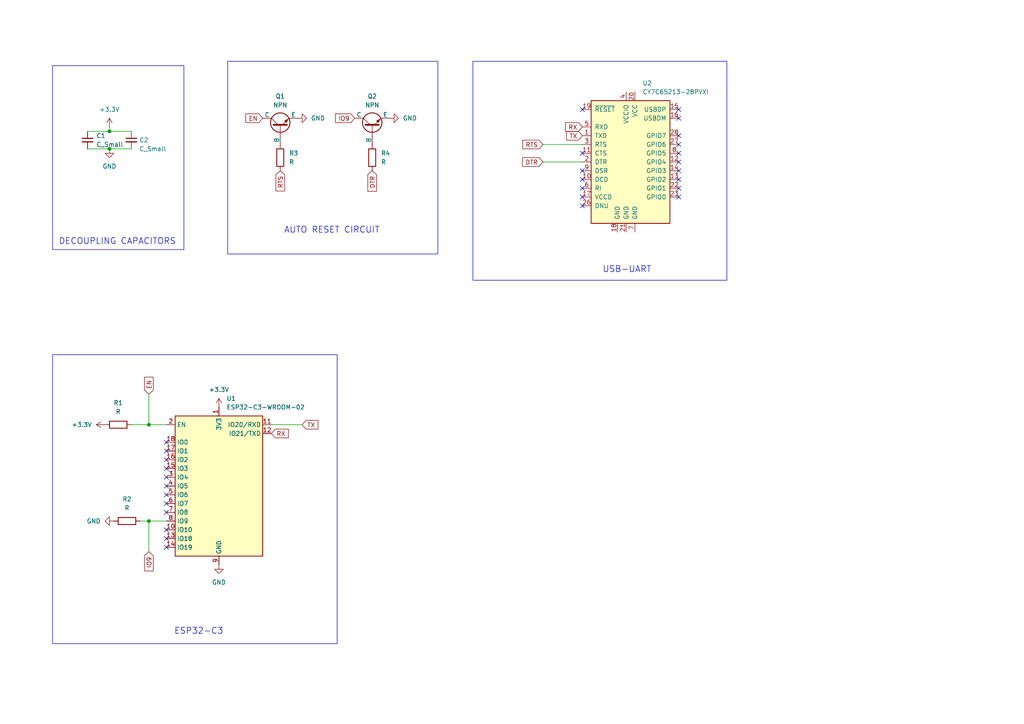
<source format=kicad_sch>
(kicad_sch
	(version 20231120)
	(generator "eeschema")
	(generator_version "8.0")
	(uuid "5f0cc697-3861-4c4d-af93-0886a49df3e0")
	(paper "A4")
	(lib_symbols
		(symbol "Device:C_Small"
			(pin_numbers hide)
			(pin_names
				(offset 0.254) hide)
			(exclude_from_sim no)
			(in_bom yes)
			(on_board yes)
			(property "Reference" "C"
				(at 0.254 1.778 0)
				(effects
					(font
						(size 1.27 1.27)
					)
					(justify left)
				)
			)
			(property "Value" "C_Small"
				(at 0.254 -2.032 0)
				(effects
					(font
						(size 1.27 1.27)
					)
					(justify left)
				)
			)
			(property "Footprint" ""
				(at 0 0 0)
				(effects
					(font
						(size 1.27 1.27)
					)
					(hide yes)
				)
			)
			(property "Datasheet" "~"
				(at 0 0 0)
				(effects
					(font
						(size 1.27 1.27)
					)
					(hide yes)
				)
			)
			(property "Description" "Unpolarized capacitor, small symbol"
				(at 0 0 0)
				(effects
					(font
						(size 1.27 1.27)
					)
					(hide yes)
				)
			)
			(property "ki_keywords" "capacitor cap"
				(at 0 0 0)
				(effects
					(font
						(size 1.27 1.27)
					)
					(hide yes)
				)
			)
			(property "ki_fp_filters" "C_*"
				(at 0 0 0)
				(effects
					(font
						(size 1.27 1.27)
					)
					(hide yes)
				)
			)
			(symbol "C_Small_0_1"
				(polyline
					(pts
						(xy -1.524 -0.508) (xy 1.524 -0.508)
					)
					(stroke
						(width 0.3302)
						(type default)
					)
					(fill
						(type none)
					)
				)
				(polyline
					(pts
						(xy -1.524 0.508) (xy 1.524 0.508)
					)
					(stroke
						(width 0.3048)
						(type default)
					)
					(fill
						(type none)
					)
				)
			)
			(symbol "C_Small_1_1"
				(pin passive line
					(at 0 2.54 270)
					(length 2.032)
					(name "~"
						(effects
							(font
								(size 1.27 1.27)
							)
						)
					)
					(number "1"
						(effects
							(font
								(size 1.27 1.27)
							)
						)
					)
				)
				(pin passive line
					(at 0 -2.54 90)
					(length 2.032)
					(name "~"
						(effects
							(font
								(size 1.27 1.27)
							)
						)
					)
					(number "2"
						(effects
							(font
								(size 1.27 1.27)
							)
						)
					)
				)
			)
		)
		(symbol "Device:R"
			(pin_numbers hide)
			(pin_names
				(offset 0)
			)
			(exclude_from_sim no)
			(in_bom yes)
			(on_board yes)
			(property "Reference" "R"
				(at 2.032 0 90)
				(effects
					(font
						(size 1.27 1.27)
					)
				)
			)
			(property "Value" "R"
				(at 0 0 90)
				(effects
					(font
						(size 1.27 1.27)
					)
				)
			)
			(property "Footprint" ""
				(at -1.778 0 90)
				(effects
					(font
						(size 1.27 1.27)
					)
					(hide yes)
				)
			)
			(property "Datasheet" "~"
				(at 0 0 0)
				(effects
					(font
						(size 1.27 1.27)
					)
					(hide yes)
				)
			)
			(property "Description" "Resistor"
				(at 0 0 0)
				(effects
					(font
						(size 1.27 1.27)
					)
					(hide yes)
				)
			)
			(property "ki_keywords" "R res resistor"
				(at 0 0 0)
				(effects
					(font
						(size 1.27 1.27)
					)
					(hide yes)
				)
			)
			(property "ki_fp_filters" "R_*"
				(at 0 0 0)
				(effects
					(font
						(size 1.27 1.27)
					)
					(hide yes)
				)
			)
			(symbol "R_0_1"
				(rectangle
					(start -1.016 -2.54)
					(end 1.016 2.54)
					(stroke
						(width 0.254)
						(type default)
					)
					(fill
						(type none)
					)
				)
			)
			(symbol "R_1_1"
				(pin passive line
					(at 0 3.81 270)
					(length 1.27)
					(name "~"
						(effects
							(font
								(size 1.27 1.27)
							)
						)
					)
					(number "1"
						(effects
							(font
								(size 1.27 1.27)
							)
						)
					)
				)
				(pin passive line
					(at 0 -3.81 90)
					(length 1.27)
					(name "~"
						(effects
							(font
								(size 1.27 1.27)
							)
						)
					)
					(number "2"
						(effects
							(font
								(size 1.27 1.27)
							)
						)
					)
				)
			)
		)
		(symbol "Interface_USB:CY7C65213-28PVXI"
			(pin_names
				(offset 1.016)
			)
			(exclude_from_sim no)
			(in_bom yes)
			(on_board yes)
			(property "Reference" "U"
				(at -8.89 19.05 0)
				(effects
					(font
						(size 1.27 1.27)
					)
				)
			)
			(property "Value" "CY7C65213-28PVXI"
				(at 3.556 19.05 0)
				(effects
					(font
						(size 1.27 1.27)
					)
					(justify left)
				)
			)
			(property "Footprint" "Package_SO:SSOP-28_5.3x10.2mm_P0.65mm"
				(at 0 -22.86 0)
				(effects
					(font
						(size 1.27 1.27)
					)
					(hide yes)
				)
			)
			(property "Datasheet" "http://www.cypress.com/file/139881/download"
				(at -63.5 12.7 0)
				(effects
					(font
						(size 1.27 1.27)
					)
					(hide yes)
				)
			)
			(property "Description" "USB-UART LP Bridge Controller, full speed 12Mbps, +1.71V to 5.5V VDD, UART/RS232/RS422, SSOP-28"
				(at 0 0 0)
				(effects
					(font
						(size 1.27 1.27)
					)
					(hide yes)
				)
			)
			(property "ki_keywords" "USB-UART LP Bridge Controller, full speed 12Mbps"
				(at 0 0 0)
				(effects
					(font
						(size 1.27 1.27)
					)
					(hide yes)
				)
			)
			(property "ki_fp_filters" "SSOP*5.3x10.2mm*P0.65mm*"
				(at 0 0 0)
				(effects
					(font
						(size 1.27 1.27)
					)
					(hide yes)
				)
			)
			(symbol "CY7C65213-28PVXI_0_1"
				(rectangle
					(start -10.16 17.78)
					(end 12.7 -17.78)
					(stroke
						(width 0.254)
						(type default)
					)
					(fill
						(type background)
					)
				)
			)
			(symbol "CY7C65213-28PVXI_1_1"
				(pin output line
					(at -12.7 7.62 0)
					(length 2.54)
					(name "TXD"
						(effects
							(font
								(size 1.27 1.27)
							)
						)
					)
					(number "1"
						(effects
							(font
								(size 1.27 1.27)
							)
						)
					)
				)
				(pin input line
					(at -12.7 -5.08 0)
					(length 2.54)
					(name "DCD"
						(effects
							(font
								(size 1.27 1.27)
							)
						)
					)
					(number "10"
						(effects
							(font
								(size 1.27 1.27)
							)
						)
					)
				)
				(pin input line
					(at -12.7 2.54 0)
					(length 2.54)
					(name "CTS"
						(effects
							(font
								(size 1.27 1.27)
							)
						)
					)
					(number "11"
						(effects
							(font
								(size 1.27 1.27)
							)
						)
					)
				)
				(pin bidirectional line
					(at 15.24 0 180)
					(length 2.54)
					(name "GPIO4"
						(effects
							(font
								(size 1.27 1.27)
							)
						)
					)
					(number "12"
						(effects
							(font
								(size 1.27 1.27)
							)
						)
					)
				)
				(pin tri_state line
					(at 15.24 -5.08 180)
					(length 2.54)
					(name "GPIO2"
						(effects
							(font
								(size 1.27 1.27)
							)
						)
					)
					(number "13"
						(effects
							(font
								(size 1.27 1.27)
							)
						)
					)
				)
				(pin bidirectional line
					(at 15.24 -2.54 180)
					(length 2.54)
					(name "GPIO3"
						(effects
							(font
								(size 1.27 1.27)
							)
						)
					)
					(number "14"
						(effects
							(font
								(size 1.27 1.27)
							)
						)
					)
				)
				(pin bidirectional line
					(at 15.24 15.24 180)
					(length 2.54)
					(name "USBDP"
						(effects
							(font
								(size 1.27 1.27)
							)
						)
					)
					(number "15"
						(effects
							(font
								(size 1.27 1.27)
							)
						)
					)
				)
				(pin bidirectional line
					(at 15.24 12.7 180)
					(length 2.54)
					(name "USBDM"
						(effects
							(font
								(size 1.27 1.27)
							)
						)
					)
					(number "16"
						(effects
							(font
								(size 1.27 1.27)
							)
						)
					)
				)
				(pin passive line
					(at -12.7 -10.16 0)
					(length 2.54)
					(name "VCCD"
						(effects
							(font
								(size 1.27 1.27)
							)
						)
					)
					(number "17"
						(effects
							(font
								(size 1.27 1.27)
							)
						)
					)
				)
				(pin power_in line
					(at -2.54 -20.32 90)
					(length 2.54)
					(name "GND"
						(effects
							(font
								(size 1.27 1.27)
							)
						)
					)
					(number "18"
						(effects
							(font
								(size 1.27 1.27)
							)
						)
					)
				)
				(pin bidirectional line
					(at -12.7 15.24 0)
					(length 2.54)
					(name "~{RESET}"
						(effects
							(font
								(size 1.27 1.27)
							)
						)
					)
					(number "19"
						(effects
							(font
								(size 1.27 1.27)
							)
						)
					)
				)
				(pin output line
					(at -12.7 0 0)
					(length 2.54)
					(name "DTR"
						(effects
							(font
								(size 1.27 1.27)
							)
						)
					)
					(number "2"
						(effects
							(font
								(size 1.27 1.27)
							)
						)
					)
				)
				(pin power_in line
					(at 2.54 20.32 270)
					(length 2.54)
					(name "VCC"
						(effects
							(font
								(size 1.27 1.27)
							)
						)
					)
					(number "20"
						(effects
							(font
								(size 1.27 1.27)
							)
						)
					)
				)
				(pin power_in line
					(at 0 -20.32 90)
					(length 2.54)
					(name "GND"
						(effects
							(font
								(size 1.27 1.27)
							)
						)
					)
					(number "21"
						(effects
							(font
								(size 1.27 1.27)
							)
						)
					)
				)
				(pin bidirectional line
					(at 15.24 -7.62 180)
					(length 2.54)
					(name "GPIO1"
						(effects
							(font
								(size 1.27 1.27)
							)
						)
					)
					(number "22"
						(effects
							(font
								(size 1.27 1.27)
							)
						)
					)
				)
				(pin bidirectional line
					(at 15.24 -10.16 180)
					(length 2.54)
					(name "GPIO0"
						(effects
							(font
								(size 1.27 1.27)
							)
						)
					)
					(number "23"
						(effects
							(font
								(size 1.27 1.27)
							)
						)
					)
				)
				(pin no_connect line
					(at 12.7 -15.24 180)
					(length 2.54) hide
					(name "NC"
						(effects
							(font
								(size 1.27 1.27)
							)
						)
					)
					(number "24"
						(effects
							(font
								(size 1.27 1.27)
							)
						)
					)
				)
				(pin no_connect line
					(at 12.7 -12.7 180)
					(length 2.54) hide
					(name "NC"
						(effects
							(font
								(size 1.27 1.27)
							)
						)
					)
					(number "25"
						(effects
							(font
								(size 1.27 1.27)
							)
						)
					)
				)
				(pin passive line
					(at -12.7 -12.7 0)
					(length 2.54)
					(name "DNU"
						(effects
							(font
								(size 1.27 1.27)
							)
						)
					)
					(number "26"
						(effects
							(font
								(size 1.27 1.27)
							)
						)
					)
				)
				(pin tri_state line
					(at 15.24 5.08 180)
					(length 2.54)
					(name "GPIO6"
						(effects
							(font
								(size 1.27 1.27)
							)
						)
					)
					(number "27"
						(effects
							(font
								(size 1.27 1.27)
							)
						)
					)
				)
				(pin tri_state line
					(at 15.24 7.62 180)
					(length 2.54)
					(name "GPIO7"
						(effects
							(font
								(size 1.27 1.27)
							)
						)
					)
					(number "28"
						(effects
							(font
								(size 1.27 1.27)
							)
						)
					)
				)
				(pin output line
					(at -12.7 5.08 0)
					(length 2.54)
					(name "RTS"
						(effects
							(font
								(size 1.27 1.27)
							)
						)
					)
					(number "3"
						(effects
							(font
								(size 1.27 1.27)
							)
						)
					)
				)
				(pin power_in line
					(at 0 20.32 270)
					(length 2.54)
					(name "VCCIO"
						(effects
							(font
								(size 1.27 1.27)
							)
						)
					)
					(number "4"
						(effects
							(font
								(size 1.27 1.27)
							)
						)
					)
				)
				(pin input line
					(at -12.7 10.16 0)
					(length 2.54)
					(name "RXD"
						(effects
							(font
								(size 1.27 1.27)
							)
						)
					)
					(number "5"
						(effects
							(font
								(size 1.27 1.27)
							)
						)
					)
				)
				(pin input line
					(at -12.7 -7.62 0)
					(length 2.54)
					(name "RI"
						(effects
							(font
								(size 1.27 1.27)
							)
						)
					)
					(number "6"
						(effects
							(font
								(size 1.27 1.27)
							)
						)
					)
				)
				(pin power_in line
					(at 2.54 -20.32 90)
					(length 2.54)
					(name "GND"
						(effects
							(font
								(size 1.27 1.27)
							)
						)
					)
					(number "7"
						(effects
							(font
								(size 1.27 1.27)
							)
						)
					)
				)
				(pin tri_state line
					(at 15.24 2.54 180)
					(length 2.54)
					(name "GPIO5"
						(effects
							(font
								(size 1.27 1.27)
							)
						)
					)
					(number "8"
						(effects
							(font
								(size 1.27 1.27)
							)
						)
					)
				)
				(pin input line
					(at -12.7 -2.54 0)
					(length 2.54)
					(name "DSR"
						(effects
							(font
								(size 1.27 1.27)
							)
						)
					)
					(number "9"
						(effects
							(font
								(size 1.27 1.27)
							)
						)
					)
				)
			)
		)
		(symbol "RF_Module:ESP32-C3-WROOM-02"
			(exclude_from_sim no)
			(in_bom yes)
			(on_board yes)
			(property "Reference" "U"
				(at -12.192 21.336 0)
				(effects
					(font
						(size 1.27 1.27)
					)
				)
			)
			(property "Value" "ESP32-C3-WROOM-02"
				(at 12.192 21.336 0)
				(effects
					(font
						(size 1.27 1.27)
					)
				)
			)
			(property "Footprint" "RF_Module:ESP32-C3-WROOM-02"
				(at 0 0.635 0)
				(effects
					(font
						(size 1.27 1.27)
					)
					(hide yes)
				)
			)
			(property "Datasheet" "https://www.espressif.com/sites/default/files/documentation/esp32-c3-wroom-02_datasheet_en.pdf"
				(at 0 0.635 0)
				(effects
					(font
						(size 1.27 1.27)
					)
					(hide yes)
				)
			)
			(property "Description" "802.11 b/g/n Wi­Fi and Bluetooth 5 module, ESP32­C3 SoC, RISC­V microprocessor, On-board antenna"
				(at 0 0.635 0)
				(effects
					(font
						(size 1.27 1.27)
					)
					(hide yes)
				)
			)
			(property "ki_keywords" "esp32 espressif WiFi Bluetooth LE"
				(at 0 0 0)
				(effects
					(font
						(size 1.27 1.27)
					)
					(hide yes)
				)
			)
			(property "ki_fp_filters" "ESP32?C3*WROOM?02*"
				(at 0 0 0)
				(effects
					(font
						(size 1.27 1.27)
					)
					(hide yes)
				)
			)
			(symbol "ESP32-C3-WROOM-02_1_1"
				(rectangle
					(start -12.7 20.32)
					(end 12.7 -20.32)
					(stroke
						(width 0.254)
						(type default)
					)
					(fill
						(type background)
					)
				)
				(pin power_in line
					(at 0 22.86 270)
					(length 2.54)
					(name "3V3"
						(effects
							(font
								(size 1.27 1.27)
							)
						)
					)
					(number "1"
						(effects
							(font
								(size 1.27 1.27)
							)
						)
					)
				)
				(pin bidirectional line
					(at -15.24 -12.7 0)
					(length 2.54)
					(name "IO10"
						(effects
							(font
								(size 1.27 1.27)
							)
						)
					)
					(number "10"
						(effects
							(font
								(size 1.27 1.27)
							)
						)
					)
				)
				(pin bidirectional line
					(at 15.24 17.78 180)
					(length 2.54)
					(name "IO20/RXD"
						(effects
							(font
								(size 1.27 1.27)
							)
						)
					)
					(number "11"
						(effects
							(font
								(size 1.27 1.27)
							)
						)
					)
				)
				(pin bidirectional line
					(at 15.24 15.24 180)
					(length 2.54)
					(name "IO21/TXD"
						(effects
							(font
								(size 1.27 1.27)
							)
						)
					)
					(number "12"
						(effects
							(font
								(size 1.27 1.27)
							)
						)
					)
				)
				(pin bidirectional line
					(at -15.24 -15.24 0)
					(length 2.54)
					(name "IO18"
						(effects
							(font
								(size 1.27 1.27)
							)
						)
					)
					(number "13"
						(effects
							(font
								(size 1.27 1.27)
							)
						)
					)
				)
				(pin bidirectional line
					(at -15.24 -17.78 0)
					(length 2.54)
					(name "IO19"
						(effects
							(font
								(size 1.27 1.27)
							)
						)
					)
					(number "14"
						(effects
							(font
								(size 1.27 1.27)
							)
						)
					)
				)
				(pin bidirectional line
					(at -15.24 5.08 0)
					(length 2.54)
					(name "IO3"
						(effects
							(font
								(size 1.27 1.27)
							)
						)
					)
					(number "15"
						(effects
							(font
								(size 1.27 1.27)
							)
						)
					)
				)
				(pin bidirectional line
					(at -15.24 7.62 0)
					(length 2.54)
					(name "IO2"
						(effects
							(font
								(size 1.27 1.27)
							)
						)
					)
					(number "16"
						(effects
							(font
								(size 1.27 1.27)
							)
						)
					)
				)
				(pin bidirectional line
					(at -15.24 10.16 0)
					(length 2.54)
					(name "IO1"
						(effects
							(font
								(size 1.27 1.27)
							)
						)
					)
					(number "17"
						(effects
							(font
								(size 1.27 1.27)
							)
						)
					)
				)
				(pin bidirectional line
					(at -15.24 12.7 0)
					(length 2.54)
					(name "IO0"
						(effects
							(font
								(size 1.27 1.27)
							)
						)
					)
					(number "18"
						(effects
							(font
								(size 1.27 1.27)
							)
						)
					)
				)
				(pin passive line
					(at 0 -22.86 90)
					(length 2.54) hide
					(name "GND"
						(effects
							(font
								(size 1.27 1.27)
							)
						)
					)
					(number "19"
						(effects
							(font
								(size 1.27 1.27)
							)
						)
					)
				)
				(pin input line
					(at -15.24 17.78 0)
					(length 2.54)
					(name "EN"
						(effects
							(font
								(size 1.27 1.27)
							)
						)
					)
					(number "2"
						(effects
							(font
								(size 1.27 1.27)
							)
						)
					)
				)
				(pin bidirectional line
					(at -15.24 2.54 0)
					(length 2.54)
					(name "IO4"
						(effects
							(font
								(size 1.27 1.27)
							)
						)
					)
					(number "3"
						(effects
							(font
								(size 1.27 1.27)
							)
						)
					)
				)
				(pin bidirectional line
					(at -15.24 0 0)
					(length 2.54)
					(name "IO5"
						(effects
							(font
								(size 1.27 1.27)
							)
						)
					)
					(number "4"
						(effects
							(font
								(size 1.27 1.27)
							)
						)
					)
				)
				(pin bidirectional line
					(at -15.24 -2.54 0)
					(length 2.54)
					(name "IO6"
						(effects
							(font
								(size 1.27 1.27)
							)
						)
					)
					(number "5"
						(effects
							(font
								(size 1.27 1.27)
							)
						)
					)
				)
				(pin bidirectional line
					(at -15.24 -5.08 0)
					(length 2.54)
					(name "IO7"
						(effects
							(font
								(size 1.27 1.27)
							)
						)
					)
					(number "6"
						(effects
							(font
								(size 1.27 1.27)
							)
						)
					)
				)
				(pin bidirectional line
					(at -15.24 -7.62 0)
					(length 2.54)
					(name "IO8"
						(effects
							(font
								(size 1.27 1.27)
							)
						)
					)
					(number "7"
						(effects
							(font
								(size 1.27 1.27)
							)
						)
					)
				)
				(pin bidirectional line
					(at -15.24 -10.16 0)
					(length 2.54)
					(name "IO9"
						(effects
							(font
								(size 1.27 1.27)
							)
						)
					)
					(number "8"
						(effects
							(font
								(size 1.27 1.27)
							)
						)
					)
				)
				(pin power_in line
					(at 0 -22.86 90)
					(length 2.54)
					(name "GND"
						(effects
							(font
								(size 1.27 1.27)
							)
						)
					)
					(number "9"
						(effects
							(font
								(size 1.27 1.27)
							)
						)
					)
				)
			)
		)
		(symbol "Simulation_SPICE:NPN"
			(pin_numbers hide)
			(pin_names
				(offset 0)
			)
			(exclude_from_sim no)
			(in_bom yes)
			(on_board yes)
			(property "Reference" "Q"
				(at -2.54 7.62 0)
				(effects
					(font
						(size 1.27 1.27)
					)
				)
			)
			(property "Value" "NPN"
				(at -2.54 5.08 0)
				(effects
					(font
						(size 1.27 1.27)
					)
				)
			)
			(property "Footprint" ""
				(at 63.5 0 0)
				(effects
					(font
						(size 1.27 1.27)
					)
					(hide yes)
				)
			)
			(property "Datasheet" "https://ngspice.sourceforge.io/docs/ngspice-html-manual/manual.xhtml#cha_BJTs"
				(at 63.5 0 0)
				(effects
					(font
						(size 1.27 1.27)
					)
					(hide yes)
				)
			)
			(property "Description" "Bipolar transistor symbol for simulation only, substrate tied to the emitter"
				(at 0 0 0)
				(effects
					(font
						(size 1.27 1.27)
					)
					(hide yes)
				)
			)
			(property "Sim.Device" "NPN"
				(at 0 0 0)
				(effects
					(font
						(size 1.27 1.27)
					)
					(hide yes)
				)
			)
			(property "Sim.Type" "GUMMELPOON"
				(at 0 0 0)
				(effects
					(font
						(size 1.27 1.27)
					)
					(hide yes)
				)
			)
			(property "Sim.Pins" "1=C 2=B 3=E"
				(at 0 0 0)
				(effects
					(font
						(size 1.27 1.27)
					)
					(hide yes)
				)
			)
			(property "ki_keywords" "simulation"
				(at 0 0 0)
				(effects
					(font
						(size 1.27 1.27)
					)
					(hide yes)
				)
			)
			(symbol "NPN_0_1"
				(polyline
					(pts
						(xy -2.54 0) (xy 0.635 0)
					)
					(stroke
						(width 0.1524)
						(type default)
					)
					(fill
						(type none)
					)
				)
				(polyline
					(pts
						(xy 0.635 0.635) (xy 2.54 2.54)
					)
					(stroke
						(width 0)
						(type default)
					)
					(fill
						(type none)
					)
				)
				(polyline
					(pts
						(xy 2.794 -1.27) (xy 2.794 -1.27)
					)
					(stroke
						(width 0.1524)
						(type default)
					)
					(fill
						(type none)
					)
				)
				(polyline
					(pts
						(xy 2.794 -1.27) (xy 2.794 -1.27)
					)
					(stroke
						(width 0.1524)
						(type default)
					)
					(fill
						(type none)
					)
				)
				(polyline
					(pts
						(xy 0.635 -0.635) (xy 2.54 -2.54) (xy 2.54 -2.54)
					)
					(stroke
						(width 0)
						(type default)
					)
					(fill
						(type none)
					)
				)
				(polyline
					(pts
						(xy 0.635 1.905) (xy 0.635 -1.905) (xy 0.635 -1.905)
					)
					(stroke
						(width 0.508)
						(type default)
					)
					(fill
						(type none)
					)
				)
				(polyline
					(pts
						(xy 1.27 -1.778) (xy 1.778 -1.27) (xy 2.286 -2.286) (xy 1.27 -1.778) (xy 1.27 -1.778)
					)
					(stroke
						(width 0)
						(type default)
					)
					(fill
						(type outline)
					)
				)
				(circle
					(center 1.27 0)
					(radius 2.8194)
					(stroke
						(width 0.254)
						(type default)
					)
					(fill
						(type none)
					)
				)
			)
			(symbol "NPN_1_1"
				(pin open_collector line
					(at 2.54 5.08 270)
					(length 2.54)
					(name "C"
						(effects
							(font
								(size 1.27 1.27)
							)
						)
					)
					(number "1"
						(effects
							(font
								(size 1.27 1.27)
							)
						)
					)
				)
				(pin input line
					(at -5.08 0 0)
					(length 2.54)
					(name "B"
						(effects
							(font
								(size 1.27 1.27)
							)
						)
					)
					(number "2"
						(effects
							(font
								(size 1.27 1.27)
							)
						)
					)
				)
				(pin open_emitter line
					(at 2.54 -5.08 90)
					(length 2.54)
					(name "E"
						(effects
							(font
								(size 1.27 1.27)
							)
						)
					)
					(number "3"
						(effects
							(font
								(size 1.27 1.27)
							)
						)
					)
				)
			)
		)
		(symbol "power:+3.3V"
			(power)
			(pin_numbers hide)
			(pin_names
				(offset 0) hide)
			(exclude_from_sim no)
			(in_bom yes)
			(on_board yes)
			(property "Reference" "#PWR"
				(at 0 -3.81 0)
				(effects
					(font
						(size 1.27 1.27)
					)
					(hide yes)
				)
			)
			(property "Value" "+3.3V"
				(at 0 3.556 0)
				(effects
					(font
						(size 1.27 1.27)
					)
				)
			)
			(property "Footprint" ""
				(at 0 0 0)
				(effects
					(font
						(size 1.27 1.27)
					)
					(hide yes)
				)
			)
			(property "Datasheet" ""
				(at 0 0 0)
				(effects
					(font
						(size 1.27 1.27)
					)
					(hide yes)
				)
			)
			(property "Description" "Power symbol creates a global label with name \"+3.3V\""
				(at 0 0 0)
				(effects
					(font
						(size 1.27 1.27)
					)
					(hide yes)
				)
			)
			(property "ki_keywords" "global power"
				(at 0 0 0)
				(effects
					(font
						(size 1.27 1.27)
					)
					(hide yes)
				)
			)
			(symbol "+3.3V_0_1"
				(polyline
					(pts
						(xy -0.762 1.27) (xy 0 2.54)
					)
					(stroke
						(width 0)
						(type default)
					)
					(fill
						(type none)
					)
				)
				(polyline
					(pts
						(xy 0 0) (xy 0 2.54)
					)
					(stroke
						(width 0)
						(type default)
					)
					(fill
						(type none)
					)
				)
				(polyline
					(pts
						(xy 0 2.54) (xy 0.762 1.27)
					)
					(stroke
						(width 0)
						(type default)
					)
					(fill
						(type none)
					)
				)
			)
			(symbol "+3.3V_1_1"
				(pin power_in line
					(at 0 0 90)
					(length 0)
					(name "~"
						(effects
							(font
								(size 1.27 1.27)
							)
						)
					)
					(number "1"
						(effects
							(font
								(size 1.27 1.27)
							)
						)
					)
				)
			)
		)
		(symbol "power:GND"
			(power)
			(pin_numbers hide)
			(pin_names
				(offset 0) hide)
			(exclude_from_sim no)
			(in_bom yes)
			(on_board yes)
			(property "Reference" "#PWR"
				(at 0 -6.35 0)
				(effects
					(font
						(size 1.27 1.27)
					)
					(hide yes)
				)
			)
			(property "Value" "GND"
				(at 0 -3.81 0)
				(effects
					(font
						(size 1.27 1.27)
					)
				)
			)
			(property "Footprint" ""
				(at 0 0 0)
				(effects
					(font
						(size 1.27 1.27)
					)
					(hide yes)
				)
			)
			(property "Datasheet" ""
				(at 0 0 0)
				(effects
					(font
						(size 1.27 1.27)
					)
					(hide yes)
				)
			)
			(property "Description" "Power symbol creates a global label with name \"GND\" , ground"
				(at 0 0 0)
				(effects
					(font
						(size 1.27 1.27)
					)
					(hide yes)
				)
			)
			(property "ki_keywords" "global power"
				(at 0 0 0)
				(effects
					(font
						(size 1.27 1.27)
					)
					(hide yes)
				)
			)
			(symbol "GND_0_1"
				(polyline
					(pts
						(xy 0 0) (xy 0 -1.27) (xy 1.27 -1.27) (xy 0 -2.54) (xy -1.27 -1.27) (xy 0 -1.27)
					)
					(stroke
						(width 0)
						(type default)
					)
					(fill
						(type none)
					)
				)
			)
			(symbol "GND_1_1"
				(pin power_in line
					(at 0 0 270)
					(length 0)
					(name "~"
						(effects
							(font
								(size 1.27 1.27)
							)
						)
					)
					(number "1"
						(effects
							(font
								(size 1.27 1.27)
							)
						)
					)
				)
			)
		)
	)
	(junction
		(at 43.18 151.13)
		(diameter 0)
		(color 0 0 0 0)
		(uuid "2e433582-0e60-4467-835f-82f457f532ba")
	)
	(junction
		(at 31.75 38.1)
		(diameter 0)
		(color 0 0 0 0)
		(uuid "4e80d7ab-be8e-4ff5-b2f1-71e0ac5f4996")
	)
	(junction
		(at 31.75 43.18)
		(diameter 0)
		(color 0 0 0 0)
		(uuid "6164bfc5-f3fc-4beb-960c-20d6d95c7953")
	)
	(junction
		(at 43.18 123.19)
		(diameter 0)
		(color 0 0 0 0)
		(uuid "694d5119-9154-44bb-9577-9d427d91cdd6")
	)
	(no_connect
		(at 196.85 54.61)
		(uuid "0d782295-a945-4a51-87c8-0d880b63ba12")
	)
	(no_connect
		(at 48.26 143.51)
		(uuid "1ae7aa8c-1aa1-4e41-b8f5-b35bf4516840")
	)
	(no_connect
		(at 168.91 44.45)
		(uuid "28005383-59fb-4648-a38c-18cd499cd3cf")
	)
	(no_connect
		(at 48.26 130.81)
		(uuid "30795df3-6a5e-4adc-86ad-7722cdd67941")
	)
	(no_connect
		(at 168.91 52.07)
		(uuid "30a9bf89-964d-43e8-9524-6cfaf9b7c84c")
	)
	(no_connect
		(at 196.85 49.53)
		(uuid "31c7615e-60eb-47f8-a2d4-d01f0a0de3ef")
	)
	(no_connect
		(at 48.26 140.97)
		(uuid "36d7d404-bfa9-4310-ac32-a5066edd640e")
	)
	(no_connect
		(at 48.26 156.21)
		(uuid "49362657-bbcf-49a0-9975-eca7a8363ca2")
	)
	(no_connect
		(at 196.85 31.75)
		(uuid "4b655ac1-f98b-45b4-ad4b-7a4f199ec354")
	)
	(no_connect
		(at 48.26 128.27)
		(uuid "4f01cbd9-0c37-4509-89d4-b17e19631f1a")
	)
	(no_connect
		(at 48.26 135.89)
		(uuid "5c433e9f-1184-4f38-b64f-a194190254d0")
	)
	(no_connect
		(at 196.85 41.91)
		(uuid "7711784f-fd56-4072-8daa-cfa792575b3a")
	)
	(no_connect
		(at 168.91 31.75)
		(uuid "781e8516-b0ea-4154-9798-5decc4489a14")
	)
	(no_connect
		(at 196.85 57.15)
		(uuid "94d2239a-f1bd-438d-bdbb-df9f6eb6fb3f")
	)
	(no_connect
		(at 168.91 54.61)
		(uuid "9f6b0947-2e22-44a7-803a-41aafc8dbec4")
	)
	(no_connect
		(at 48.26 146.05)
		(uuid "a0a08201-1f4c-41ee-a69f-150194ccf314")
	)
	(no_connect
		(at 196.85 52.07)
		(uuid "a275f361-870a-4453-b95b-cc5968a4a56d")
	)
	(no_connect
		(at 48.26 158.75)
		(uuid "a47d4e34-9b2a-4180-a37e-bd1e7faf702e")
	)
	(no_connect
		(at 196.85 44.45)
		(uuid "ab33dc18-6cf9-49f7-8763-a711340691d6")
	)
	(no_connect
		(at 48.26 133.35)
		(uuid "adf56e93-71c4-4026-ba91-afca8a419ad3")
	)
	(no_connect
		(at 168.91 59.69)
		(uuid "b09d4c6b-bc7c-4cde-9c24-4f99b3aa2161")
	)
	(no_connect
		(at 168.91 49.53)
		(uuid "b3ebbe81-7713-40b3-8a2c-91507e0e9d33")
	)
	(no_connect
		(at 48.26 153.67)
		(uuid "b6689cb1-0a8c-4958-bc28-1fc6aa108f09")
	)
	(no_connect
		(at 168.91 57.15)
		(uuid "c60555c1-ace2-4da8-873e-74ee3a7c9d4c")
	)
	(no_connect
		(at 196.85 46.99)
		(uuid "d4de5efc-c10d-417f-be16-2cb49aee1095")
	)
	(no_connect
		(at 196.85 39.37)
		(uuid "da3b9a29-e032-4402-a523-92961bc8230a")
	)
	(no_connect
		(at 48.26 138.43)
		(uuid "e5a9457e-3418-4aaf-840e-b6a3c027dbd9")
	)
	(no_connect
		(at 48.26 148.59)
		(uuid "f500feb0-6f25-42eb-82b3-e67c7c1973cd")
	)
	(no_connect
		(at 196.85 34.29)
		(uuid "f6b3db9f-fe4e-4bd0-bf48-1c2788c228d8")
	)
	(wire
		(pts
			(xy 157.48 41.91) (xy 168.91 41.91)
		)
		(stroke
			(width 0)
			(type default)
		)
		(uuid "09f252c9-20e7-4408-bb21-220320fb440f")
	)
	(wire
		(pts
			(xy 43.18 151.13) (xy 48.26 151.13)
		)
		(stroke
			(width 0)
			(type default)
		)
		(uuid "0ed3424d-7f08-4c1c-b0bf-f2ab9665f2dd")
	)
	(wire
		(pts
			(xy 78.74 123.19) (xy 87.63 123.19)
		)
		(stroke
			(width 0)
			(type default)
		)
		(uuid "45847f36-8bd3-4d3c-993e-5d59bd84bbce")
	)
	(wire
		(pts
			(xy 31.75 43.18) (xy 38.1 43.18)
		)
		(stroke
			(width 0)
			(type default)
		)
		(uuid "46ebc1bb-1cd3-4dc6-be67-fafd50ddb276")
	)
	(wire
		(pts
			(xy 43.18 114.3) (xy 43.18 123.19)
		)
		(stroke
			(width 0)
			(type default)
		)
		(uuid "5802e2be-b97c-4cc3-ba4b-0471f685990b")
	)
	(wire
		(pts
			(xy 31.75 36.83) (xy 31.75 38.1)
		)
		(stroke
			(width 0)
			(type default)
		)
		(uuid "6d5b5c0b-bfb6-4ac4-8b22-a4821fdc95e6")
	)
	(wire
		(pts
			(xy 157.48 46.99) (xy 168.91 46.99)
		)
		(stroke
			(width 0)
			(type default)
		)
		(uuid "7cb0726e-bc60-4dfe-8b77-f9fec0067844")
	)
	(wire
		(pts
			(xy 40.64 151.13) (xy 43.18 151.13)
		)
		(stroke
			(width 0)
			(type default)
		)
		(uuid "a0aa978e-4ccf-4681-b7e1-2d5504f38991")
	)
	(wire
		(pts
			(xy 43.18 123.19) (xy 48.26 123.19)
		)
		(stroke
			(width 0)
			(type default)
		)
		(uuid "aa77dc6e-b0e2-4ebb-9512-0e36712f6627")
	)
	(wire
		(pts
			(xy 43.18 151.13) (xy 43.18 160.02)
		)
		(stroke
			(width 0)
			(type default)
		)
		(uuid "bdec1a92-69c3-446a-9297-da91853f464e")
	)
	(wire
		(pts
			(xy 38.1 123.19) (xy 43.18 123.19)
		)
		(stroke
			(width 0)
			(type default)
		)
		(uuid "d95eb1d1-c791-42b2-8b10-a1e28ee4b4d7")
	)
	(wire
		(pts
			(xy 25.4 38.1) (xy 31.75 38.1)
		)
		(stroke
			(width 0)
			(type default)
		)
		(uuid "e1dadd9c-73bd-4b4d-98c3-d199282c364c")
	)
	(wire
		(pts
			(xy 31.75 38.1) (xy 38.1 38.1)
		)
		(stroke
			(width 0)
			(type default)
		)
		(uuid "ed533d8a-f211-4777-a1be-b28589236b24")
	)
	(wire
		(pts
			(xy 25.4 43.18) (xy 31.75 43.18)
		)
		(stroke
			(width 0)
			(type default)
		)
		(uuid "efcb6228-f38b-4054-8dca-566369bfd101")
	)
	(rectangle
		(start 15.24 102.87)
		(end 97.79 186.69)
		(stroke
			(width 0)
			(type default)
		)
		(fill
			(type none)
		)
		(uuid 0e128851-919a-45ab-966c-fd535e82a51d)
	)
	(rectangle
		(start 137.16 17.78)
		(end 210.82 81.28)
		(stroke
			(width 0)
			(type default)
		)
		(fill
			(type none)
		)
		(uuid 2be0c14b-0805-4dfb-ab48-82076ad10bc6)
	)
	(rectangle
		(start 66.04 17.78)
		(end 127 73.66)
		(stroke
			(width 0)
			(type default)
		)
		(fill
			(type none)
		)
		(uuid 2d55bf97-10e7-447a-923c-7f79d70de05d)
	)
	(rectangle
		(start 15.24 19.05)
		(end 53.34 72.39)
		(stroke
			(width 0)
			(type default)
		)
		(fill
			(type none)
		)
		(uuid f9e5847b-7ebc-4d48-96d5-811714d4097d)
	)
	(text "USB-UART"
		(exclude_from_sim no)
		(at 181.864 78.232 0)
		(effects
			(font
				(size 1.778 1.778)
			)
		)
		(uuid "0c741d45-42dd-4666-865c-ce08cfe356dc")
	)
	(text "DECOUPLING CAPACITORS"
		(exclude_from_sim no)
		(at 34.036 70.104 0)
		(effects
			(font
				(size 1.778 1.778)
			)
		)
		(uuid "3d124f3f-403a-4e1f-816d-0f3a81dfaaf2")
	)
	(text "AUTO RESET CIRCUIT"
		(exclude_from_sim no)
		(at 96.266 66.802 0)
		(effects
			(font
				(size 1.778 1.778)
			)
		)
		(uuid "55e55064-5c32-48f9-9d3c-947d690d1243")
	)
	(text "ESP32-C3"
		(exclude_from_sim no)
		(at 57.658 183.134 0)
		(effects
			(font
				(size 1.778 1.778)
			)
		)
		(uuid "d72cd89d-34c9-4ef1-b6d2-47204d0afd7b")
	)
	(global_label "DTR"
		(shape input)
		(at 107.95 49.53 270)
		(fields_autoplaced yes)
		(effects
			(font
				(size 1.27 1.27)
			)
			(justify right)
		)
		(uuid "3fcead7e-ac08-4b9d-9b0d-aef98680b904")
		(property "Intersheetrefs" "${INTERSHEET_REFS}"
			(at 107.95 56.0228 90)
			(effects
				(font
					(size 1.27 1.27)
				)
				(justify right)
				(hide yes)
			)
		)
	)
	(global_label "IO9"
		(shape input)
		(at 102.87 34.29 180)
		(fields_autoplaced yes)
		(effects
			(font
				(size 1.27 1.27)
			)
			(justify right)
		)
		(uuid "6efbdeaa-75d6-401e-aa73-4e74ef04a654")
		(property "Intersheetrefs" "${INTERSHEET_REFS}"
			(at 96.74 34.29 0)
			(effects
				(font
					(size 1.27 1.27)
				)
				(justify right)
				(hide yes)
			)
		)
	)
	(global_label "IO9"
		(shape input)
		(at 43.18 160.02 270)
		(fields_autoplaced yes)
		(effects
			(font
				(size 1.27 1.27)
			)
			(justify right)
		)
		(uuid "7283ccf1-2e3d-4fef-bced-01665566e935")
		(property "Intersheetrefs" "${INTERSHEET_REFS}"
			(at 43.18 166.15 90)
			(effects
				(font
					(size 1.27 1.27)
				)
				(justify right)
				(hide yes)
			)
		)
	)
	(global_label "RTS"
		(shape input)
		(at 81.28 49.53 270)
		(fields_autoplaced yes)
		(effects
			(font
				(size 1.27 1.27)
			)
			(justify right)
		)
		(uuid "736ad486-5e40-400c-83ff-d05365f04422")
		(property "Intersheetrefs" "${INTERSHEET_REFS}"
			(at 81.28 55.9623 90)
			(effects
				(font
					(size 1.27 1.27)
				)
				(justify right)
				(hide yes)
			)
		)
	)
	(global_label "RX"
		(shape input)
		(at 168.91 36.83 180)
		(fields_autoplaced yes)
		(effects
			(font
				(size 1.27 1.27)
			)
			(justify right)
		)
		(uuid "73ef346f-2973-4e9b-b8fa-260bb2469714")
		(property "Intersheetrefs" "${INTERSHEET_REFS}"
			(at 163.4453 36.83 0)
			(effects
				(font
					(size 1.27 1.27)
				)
				(justify right)
				(hide yes)
			)
		)
	)
	(global_label "EN"
		(shape input)
		(at 43.18 114.3 90)
		(fields_autoplaced yes)
		(effects
			(font
				(size 1.27 1.27)
			)
			(justify left)
		)
		(uuid "85d00c79-1b3c-4d79-b4f2-82bcec1731c9")
		(property "Intersheetrefs" "${INTERSHEET_REFS}"
			(at 43.18 108.8353 90)
			(effects
				(font
					(size 1.27 1.27)
				)
				(justify left)
				(hide yes)
			)
		)
	)
	(global_label "RTS"
		(shape input)
		(at 157.48 41.91 180)
		(fields_autoplaced yes)
		(effects
			(font
				(size 1.27 1.27)
			)
			(justify right)
		)
		(uuid "8fd1e202-5a19-4202-95bc-127479c6ec1b")
		(property "Intersheetrefs" "${INTERSHEET_REFS}"
			(at 151.0477 41.91 0)
			(effects
				(font
					(size 1.27 1.27)
				)
				(justify right)
				(hide yes)
			)
		)
	)
	(global_label "TX"
		(shape input)
		(at 87.63 123.19 0)
		(fields_autoplaced yes)
		(effects
			(font
				(size 1.27 1.27)
			)
			(justify left)
		)
		(uuid "ae67b021-9279-4457-bbd0-e416aeb8c937")
		(property "Intersheetrefs" "${INTERSHEET_REFS}"
			(at 92.7923 123.19 0)
			(effects
				(font
					(size 1.27 1.27)
				)
				(justify left)
				(hide yes)
			)
		)
	)
	(global_label "RX"
		(shape input)
		(at 78.74 125.73 0)
		(fields_autoplaced yes)
		(effects
			(font
				(size 1.27 1.27)
			)
			(justify left)
		)
		(uuid "b37048ea-3764-407b-b688-fdfc21926220")
		(property "Intersheetrefs" "${INTERSHEET_REFS}"
			(at 84.2047 125.73 0)
			(effects
				(font
					(size 1.27 1.27)
				)
				(justify left)
				(hide yes)
			)
		)
	)
	(global_label "TX"
		(shape input)
		(at 168.91 39.37 180)
		(fields_autoplaced yes)
		(effects
			(font
				(size 1.27 1.27)
			)
			(justify right)
		)
		(uuid "bdcba968-861c-427f-9bfc-74a06dfcc316")
		(property "Intersheetrefs" "${INTERSHEET_REFS}"
			(at 163.7477 39.37 0)
			(effects
				(font
					(size 1.27 1.27)
				)
				(justify right)
				(hide yes)
			)
		)
	)
	(global_label "EN"
		(shape input)
		(at 76.2 34.29 180)
		(fields_autoplaced yes)
		(effects
			(font
				(size 1.27 1.27)
			)
			(justify right)
		)
		(uuid "c31d4751-7ce7-4bef-b7ba-5f7ce11147f9")
		(property "Intersheetrefs" "${INTERSHEET_REFS}"
			(at 70.7353 34.29 0)
			(effects
				(font
					(size 1.27 1.27)
				)
				(justify right)
				(hide yes)
			)
		)
	)
	(global_label "DTR"
		(shape input)
		(at 157.48 46.99 180)
		(fields_autoplaced yes)
		(effects
			(font
				(size 1.27 1.27)
			)
			(justify right)
		)
		(uuid "ce32246e-6336-4860-950b-b36a4f8203c8")
		(property "Intersheetrefs" "${INTERSHEET_REFS}"
			(at 150.9872 46.99 0)
			(effects
				(font
					(size 1.27 1.27)
				)
				(justify right)
				(hide yes)
			)
		)
	)
	(symbol
		(lib_id "power:GND")
		(at 113.03 34.29 90)
		(unit 1)
		(exclude_from_sim no)
		(in_bom yes)
		(on_board yes)
		(dnp no)
		(fields_autoplaced yes)
		(uuid "1c1570bc-b6dd-4fb0-adc2-d6e143e8e6bd")
		(property "Reference" "#PWR08"
			(at 119.38 34.29 0)
			(effects
				(font
					(size 1.27 1.27)
				)
				(hide yes)
			)
		)
		(property "Value" "GND"
			(at 116.84 34.2899 90)
			(effects
				(font
					(size 1.27 1.27)
				)
				(justify right)
			)
		)
		(property "Footprint" ""
			(at 113.03 34.29 0)
			(effects
				(font
					(size 1.27 1.27)
				)
				(hide yes)
			)
		)
		(property "Datasheet" ""
			(at 113.03 34.29 0)
			(effects
				(font
					(size 1.27 1.27)
				)
				(hide yes)
			)
		)
		(property "Description" "Power symbol creates a global label with name \"GND\" , ground"
			(at 113.03 34.29 0)
			(effects
				(font
					(size 1.27 1.27)
				)
				(hide yes)
			)
		)
		(pin "1"
			(uuid "55f0cd6b-4f0b-48ae-94d5-87ab17f80c84")
		)
		(instances
			(project "esp32_c3_flash_ckt"
				(path "/5f0cc697-3861-4c4d-af93-0886a49df3e0"
					(reference "#PWR08")
					(unit 1)
				)
			)
		)
	)
	(symbol
		(lib_id "Device:C_Small")
		(at 38.1 40.64 0)
		(unit 1)
		(exclude_from_sim no)
		(in_bom yes)
		(on_board yes)
		(dnp no)
		(uuid "26ac4762-0088-4598-9e05-1fa808511f4c")
		(property "Reference" "C2"
			(at 40.386 40.64 0)
			(effects
				(font
					(size 1.27 1.27)
				)
				(justify left)
			)
		)
		(property "Value" "C_Small"
			(at 40.386 43.18 0)
			(effects
				(font
					(size 1.27 1.27)
				)
				(justify left)
			)
		)
		(property "Footprint" ""
			(at 38.1 40.64 0)
			(effects
				(font
					(size 1.27 1.27)
				)
				(hide yes)
			)
		)
		(property "Datasheet" "~"
			(at 38.1 40.64 0)
			(effects
				(font
					(size 1.27 1.27)
				)
				(hide yes)
			)
		)
		(property "Description" "Unpolarized capacitor, small symbol"
			(at 38.1 40.64 0)
			(effects
				(font
					(size 1.27 1.27)
				)
				(hide yes)
			)
		)
		(pin "1"
			(uuid "248e2f88-ebe9-41a5-8841-18763bff0fb1")
		)
		(pin "2"
			(uuid "3b04fad7-7479-46bc-a9e3-3359d783462e")
		)
		(instances
			(project ""
				(path "/5f0cc697-3861-4c4d-af93-0886a49df3e0"
					(reference "C2")
					(unit 1)
				)
			)
		)
	)
	(symbol
		(lib_id "power:+3.3V")
		(at 31.75 36.83 0)
		(unit 1)
		(exclude_from_sim no)
		(in_bom yes)
		(on_board yes)
		(dnp no)
		(fields_autoplaced yes)
		(uuid "2a01d35b-1e5d-4520-8adc-c5d74003b0d8")
		(property "Reference" "#PWR05"
			(at 31.75 40.64 0)
			(effects
				(font
					(size 1.27 1.27)
				)
				(hide yes)
			)
		)
		(property "Value" "+3.3V"
			(at 31.75 31.75 0)
			(effects
				(font
					(size 1.27 1.27)
				)
			)
		)
		(property "Footprint" ""
			(at 31.75 36.83 0)
			(effects
				(font
					(size 1.27 1.27)
				)
				(hide yes)
			)
		)
		(property "Datasheet" ""
			(at 31.75 36.83 0)
			(effects
				(font
					(size 1.27 1.27)
				)
				(hide yes)
			)
		)
		(property "Description" "Power symbol creates a global label with name \"+3.3V\""
			(at 31.75 36.83 0)
			(effects
				(font
					(size 1.27 1.27)
				)
				(hide yes)
			)
		)
		(pin "1"
			(uuid "91770572-3b38-41c0-a0f2-cf07e27396b6")
		)
		(instances
			(project "esp32_c3_flash_ckt"
				(path "/5f0cc697-3861-4c4d-af93-0886a49df3e0"
					(reference "#PWR05")
					(unit 1)
				)
			)
		)
	)
	(symbol
		(lib_id "power:GND")
		(at 63.5 163.83 0)
		(unit 1)
		(exclude_from_sim no)
		(in_bom yes)
		(on_board yes)
		(dnp no)
		(fields_autoplaced yes)
		(uuid "515033d3-b68f-4044-8e49-bd7cb702f6f8")
		(property "Reference" "#PWR02"
			(at 63.5 170.18 0)
			(effects
				(font
					(size 1.27 1.27)
				)
				(hide yes)
			)
		)
		(property "Value" "GND"
			(at 63.5 168.91 0)
			(effects
				(font
					(size 1.27 1.27)
				)
			)
		)
		(property "Footprint" ""
			(at 63.5 163.83 0)
			(effects
				(font
					(size 1.27 1.27)
				)
				(hide yes)
			)
		)
		(property "Datasheet" ""
			(at 63.5 163.83 0)
			(effects
				(font
					(size 1.27 1.27)
				)
				(hide yes)
			)
		)
		(property "Description" "Power symbol creates a global label with name \"GND\" , ground"
			(at 63.5 163.83 0)
			(effects
				(font
					(size 1.27 1.27)
				)
				(hide yes)
			)
		)
		(pin "1"
			(uuid "bc00e3cc-eea6-4b11-aabd-c3cf56d2db98")
		)
		(instances
			(project ""
				(path "/5f0cc697-3861-4c4d-af93-0886a49df3e0"
					(reference "#PWR02")
					(unit 1)
				)
			)
		)
	)
	(symbol
		(lib_id "Simulation_SPICE:NPN")
		(at 107.95 36.83 90)
		(unit 1)
		(exclude_from_sim no)
		(in_bom yes)
		(on_board yes)
		(dnp no)
		(fields_autoplaced yes)
		(uuid "585d2f63-916f-4886-b8f0-a166ee515691")
		(property "Reference" "Q2"
			(at 107.95 27.94 90)
			(effects
				(font
					(size 1.27 1.27)
				)
			)
		)
		(property "Value" "NPN"
			(at 107.95 30.48 90)
			(effects
				(font
					(size 1.27 1.27)
				)
			)
		)
		(property "Footprint" ""
			(at 107.95 -26.67 0)
			(effects
				(font
					(size 1.27 1.27)
				)
				(hide yes)
			)
		)
		(property "Datasheet" "https://ngspice.sourceforge.io/docs/ngspice-html-manual/manual.xhtml#cha_BJTs"
			(at 107.95 -26.67 0)
			(effects
				(font
					(size 1.27 1.27)
				)
				(hide yes)
			)
		)
		(property "Description" "Bipolar transistor symbol for simulation only, substrate tied to the emitter"
			(at 107.95 36.83 0)
			(effects
				(font
					(size 1.27 1.27)
				)
				(hide yes)
			)
		)
		(property "Sim.Device" "NPN"
			(at 107.95 36.83 0)
			(effects
				(font
					(size 1.27 1.27)
				)
				(hide yes)
			)
		)
		(property "Sim.Type" "GUMMELPOON"
			(at 107.95 36.83 0)
			(effects
				(font
					(size 1.27 1.27)
				)
				(hide yes)
			)
		)
		(property "Sim.Pins" "1=C 2=B 3=E"
			(at 107.95 36.83 0)
			(effects
				(font
					(size 1.27 1.27)
				)
				(hide yes)
			)
		)
		(pin "3"
			(uuid "b966ed2e-69af-4c04-99d6-288a88e4ad04")
		)
		(pin "1"
			(uuid "1a246e8e-c665-42c0-b4a3-6c7c51738cce")
		)
		(pin "2"
			(uuid "e3b91ec9-416a-49e6-9c2d-c6ac0e73240a")
		)
		(instances
			(project ""
				(path "/5f0cc697-3861-4c4d-af93-0886a49df3e0"
					(reference "Q2")
					(unit 1)
				)
			)
		)
	)
	(symbol
		(lib_id "power:+3.3V")
		(at 30.48 123.19 90)
		(unit 1)
		(exclude_from_sim no)
		(in_bom yes)
		(on_board yes)
		(dnp no)
		(fields_autoplaced yes)
		(uuid "62766c28-4adb-42f1-bdb8-b40ee377c18c")
		(property "Reference" "#PWR01"
			(at 34.29 123.19 0)
			(effects
				(font
					(size 1.27 1.27)
				)
				(hide yes)
			)
		)
		(property "Value" "+3.3V"
			(at 26.67 123.1899 90)
			(effects
				(font
					(size 1.27 1.27)
				)
				(justify left)
			)
		)
		(property "Footprint" ""
			(at 30.48 123.19 0)
			(effects
				(font
					(size 1.27 1.27)
				)
				(hide yes)
			)
		)
		(property "Datasheet" ""
			(at 30.48 123.19 0)
			(effects
				(font
					(size 1.27 1.27)
				)
				(hide yes)
			)
		)
		(property "Description" "Power symbol creates a global label with name \"+3.3V\""
			(at 30.48 123.19 0)
			(effects
				(font
					(size 1.27 1.27)
				)
				(hide yes)
			)
		)
		(pin "1"
			(uuid "d3197b5b-4fdf-4749-b790-225c855c52f4")
		)
		(instances
			(project "esp32_c3_flash_ckt"
				(path "/5f0cc697-3861-4c4d-af93-0886a49df3e0"
					(reference "#PWR01")
					(unit 1)
				)
			)
		)
	)
	(symbol
		(lib_id "power:GND")
		(at 33.02 151.13 270)
		(unit 1)
		(exclude_from_sim no)
		(in_bom yes)
		(on_board yes)
		(dnp no)
		(fields_autoplaced yes)
		(uuid "69e861e3-acaa-4846-aee3-3e45b1a7ff7c")
		(property "Reference" "#PWR04"
			(at 26.67 151.13 0)
			(effects
				(font
					(size 1.27 1.27)
				)
				(hide yes)
			)
		)
		(property "Value" "GND"
			(at 29.21 151.1299 90)
			(effects
				(font
					(size 1.27 1.27)
				)
				(justify right)
			)
		)
		(property "Footprint" ""
			(at 33.02 151.13 0)
			(effects
				(font
					(size 1.27 1.27)
				)
				(hide yes)
			)
		)
		(property "Datasheet" ""
			(at 33.02 151.13 0)
			(effects
				(font
					(size 1.27 1.27)
				)
				(hide yes)
			)
		)
		(property "Description" "Power symbol creates a global label with name \"GND\" , ground"
			(at 33.02 151.13 0)
			(effects
				(font
					(size 1.27 1.27)
				)
				(hide yes)
			)
		)
		(pin "1"
			(uuid "c950bc4e-6a42-4369-95d4-3ce31ddf4bb5")
		)
		(instances
			(project "esp32_c3_flash_ckt"
				(path "/5f0cc697-3861-4c4d-af93-0886a49df3e0"
					(reference "#PWR04")
					(unit 1)
				)
			)
		)
	)
	(symbol
		(lib_id "Device:R")
		(at 107.95 45.72 0)
		(unit 1)
		(exclude_from_sim no)
		(in_bom yes)
		(on_board yes)
		(dnp no)
		(fields_autoplaced yes)
		(uuid "8c0f11b9-229a-4f43-b166-3dba0de9611e")
		(property "Reference" "R4"
			(at 110.49 44.4499 0)
			(effects
				(font
					(size 1.27 1.27)
				)
				(justify left)
			)
		)
		(property "Value" "R"
			(at 110.49 46.9899 0)
			(effects
				(font
					(size 1.27 1.27)
				)
				(justify left)
			)
		)
		(property "Footprint" ""
			(at 106.172 45.72 90)
			(effects
				(font
					(size 1.27 1.27)
				)
				(hide yes)
			)
		)
		(property "Datasheet" "~"
			(at 107.95 45.72 0)
			(effects
				(font
					(size 1.27 1.27)
				)
				(hide yes)
			)
		)
		(property "Description" "Resistor"
			(at 107.95 45.72 0)
			(effects
				(font
					(size 1.27 1.27)
				)
				(hide yes)
			)
		)
		(pin "1"
			(uuid "3b96548d-ce3f-4588-9a66-33da462cd85d")
		)
		(pin "2"
			(uuid "f325fd8b-7fc9-4577-9b64-f5343629e05f")
		)
		(instances
			(project "esp32_c3_flash_ckt"
				(path "/5f0cc697-3861-4c4d-af93-0886a49df3e0"
					(reference "R4")
					(unit 1)
				)
			)
		)
	)
	(symbol
		(lib_id "Device:R")
		(at 81.28 45.72 180)
		(unit 1)
		(exclude_from_sim no)
		(in_bom yes)
		(on_board yes)
		(dnp no)
		(fields_autoplaced yes)
		(uuid "8cdae893-4420-4c66-92a2-015c934f0d14")
		(property "Reference" "R3"
			(at 83.82 44.4499 0)
			(effects
				(font
					(size 1.27 1.27)
				)
				(justify right)
			)
		)
		(property "Value" "R"
			(at 83.82 46.9899 0)
			(effects
				(font
					(size 1.27 1.27)
				)
				(justify right)
			)
		)
		(property "Footprint" ""
			(at 83.058 45.72 90)
			(effects
				(font
					(size 1.27 1.27)
				)
				(hide yes)
			)
		)
		(property "Datasheet" "~"
			(at 81.28 45.72 0)
			(effects
				(font
					(size 1.27 1.27)
				)
				(hide yes)
			)
		)
		(property "Description" "Resistor"
			(at 81.28 45.72 0)
			(effects
				(font
					(size 1.27 1.27)
				)
				(hide yes)
			)
		)
		(pin "1"
			(uuid "2ff251ab-d31f-48d0-95b9-38daded10d48")
		)
		(pin "2"
			(uuid "bece38de-2320-4982-aa87-08fa19424159")
		)
		(instances
			(project "esp32_c3_flash_ckt"
				(path "/5f0cc697-3861-4c4d-af93-0886a49df3e0"
					(reference "R3")
					(unit 1)
				)
			)
		)
	)
	(symbol
		(lib_id "Device:C_Small")
		(at 25.4 40.64 0)
		(unit 1)
		(exclude_from_sim no)
		(in_bom yes)
		(on_board yes)
		(dnp no)
		(fields_autoplaced yes)
		(uuid "8ff8a623-1fa5-431a-9787-5097e514b507")
		(property "Reference" "C1"
			(at 27.94 39.3762 0)
			(effects
				(font
					(size 1.27 1.27)
				)
				(justify left)
			)
		)
		(property "Value" "C_Small"
			(at 27.94 41.9162 0)
			(effects
				(font
					(size 1.27 1.27)
				)
				(justify left)
			)
		)
		(property "Footprint" ""
			(at 25.4 40.64 0)
			(effects
				(font
					(size 1.27 1.27)
				)
				(hide yes)
			)
		)
		(property "Datasheet" "~"
			(at 25.4 40.64 0)
			(effects
				(font
					(size 1.27 1.27)
				)
				(hide yes)
			)
		)
		(property "Description" "Unpolarized capacitor, small symbol"
			(at 25.4 40.64 0)
			(effects
				(font
					(size 1.27 1.27)
				)
				(hide yes)
			)
		)
		(pin "2"
			(uuid "eba82b6c-0f60-47ce-b847-b3580a636b0d")
		)
		(pin "1"
			(uuid "437c7791-a397-49c2-be3e-cc91f70a7610")
		)
		(instances
			(project ""
				(path "/5f0cc697-3861-4c4d-af93-0886a49df3e0"
					(reference "C1")
					(unit 1)
				)
			)
		)
	)
	(symbol
		(lib_id "Simulation_SPICE:NPN")
		(at 81.28 36.83 90)
		(unit 1)
		(exclude_from_sim no)
		(in_bom yes)
		(on_board yes)
		(dnp no)
		(fields_autoplaced yes)
		(uuid "9a48a278-a800-40d6-82f7-8c9d6eba5b6a")
		(property "Reference" "Q1"
			(at 81.28 27.94 90)
			(effects
				(font
					(size 1.27 1.27)
				)
			)
		)
		(property "Value" "NPN"
			(at 81.28 30.48 90)
			(effects
				(font
					(size 1.27 1.27)
				)
			)
		)
		(property "Footprint" ""
			(at 81.28 -26.67 0)
			(effects
				(font
					(size 1.27 1.27)
				)
				(hide yes)
			)
		)
		(property "Datasheet" "https://ngspice.sourceforge.io/docs/ngspice-html-manual/manual.xhtml#cha_BJTs"
			(at 81.28 -26.67 0)
			(effects
				(font
					(size 1.27 1.27)
				)
				(hide yes)
			)
		)
		(property "Description" "Bipolar transistor symbol for simulation only, substrate tied to the emitter"
			(at 81.28 36.83 0)
			(effects
				(font
					(size 1.27 1.27)
				)
				(hide yes)
			)
		)
		(property "Sim.Device" "NPN"
			(at 81.28 36.83 0)
			(effects
				(font
					(size 1.27 1.27)
				)
				(hide yes)
			)
		)
		(property "Sim.Type" "GUMMELPOON"
			(at 81.28 36.83 0)
			(effects
				(font
					(size 1.27 1.27)
				)
				(hide yes)
			)
		)
		(property "Sim.Pins" "1=C 2=B 3=E"
			(at 81.28 36.83 0)
			(effects
				(font
					(size 1.27 1.27)
				)
				(hide yes)
			)
		)
		(pin "1"
			(uuid "834d9e01-9da1-42c4-819f-010dcefb57f6")
		)
		(pin "2"
			(uuid "a67ad541-4efb-43f9-a780-8ce02ff76f9a")
		)
		(pin "3"
			(uuid "9b91b106-5f85-4a86-a6e8-c3748063ade3")
		)
		(instances
			(project ""
				(path "/5f0cc697-3861-4c4d-af93-0886a49df3e0"
					(reference "Q1")
					(unit 1)
				)
			)
		)
	)
	(symbol
		(lib_id "Interface_USB:CY7C65213-28PVXI")
		(at 181.61 46.99 0)
		(unit 1)
		(exclude_from_sim no)
		(in_bom yes)
		(on_board yes)
		(dnp no)
		(fields_autoplaced yes)
		(uuid "aecad123-9604-4334-9622-8c592b122cab")
		(property "Reference" "U2"
			(at 186.3441 24.13 0)
			(effects
				(font
					(size 1.27 1.27)
				)
				(justify left)
			)
		)
		(property "Value" "CY7C65213-28PVXI"
			(at 186.3441 26.67 0)
			(effects
				(font
					(size 1.27 1.27)
				)
				(justify left)
			)
		)
		(property "Footprint" "Package_SO:SSOP-28_5.3x10.2mm_P0.65mm"
			(at 181.61 69.85 0)
			(effects
				(font
					(size 1.27 1.27)
				)
				(hide yes)
			)
		)
		(property "Datasheet" "http://www.cypress.com/file/139881/download"
			(at 118.11 34.29 0)
			(effects
				(font
					(size 1.27 1.27)
				)
				(hide yes)
			)
		)
		(property "Description" "USB-UART LP Bridge Controller, full speed 12Mbps, +1.71V to 5.5V VDD, UART/RS232/RS422, SSOP-28"
			(at 181.61 46.99 0)
			(effects
				(font
					(size 1.27 1.27)
				)
				(hide yes)
			)
		)
		(pin "7"
			(uuid "afe183ac-fde8-489b-87d2-f507c32c0ba9")
		)
		(pin "14"
			(uuid "2b030f4d-50e7-4549-a3d5-45d455bb1078")
		)
		(pin "19"
			(uuid "bcb681cd-9c22-4829-a67b-dbcca6b76a6c")
		)
		(pin "5"
			(uuid "81d036d6-c799-422e-8efc-69e76041c974")
		)
		(pin "6"
			(uuid "83b9fda7-6111-43ca-b8c2-cc3353c97219")
		)
		(pin "23"
			(uuid "8681a51d-8ebd-4e4b-b4a4-e01dfaf6f444")
		)
		(pin "11"
			(uuid "45d493a7-1e59-41de-a654-3270a9eed4dc")
		)
		(pin "9"
			(uuid "4fe85ec6-efa6-4e54-b24f-c86b4c4c7cc3")
		)
		(pin "17"
			(uuid "fdd24e8f-9608-413f-8557-0b839b4b46c5")
		)
		(pin "12"
			(uuid "3798963d-e633-4428-a95f-b32aca1bdc29")
		)
		(pin "20"
			(uuid "3d5ef973-30d9-4bf9-9456-d8b942a081ee")
		)
		(pin "22"
			(uuid "64b14d50-ce97-4032-a28a-005c2791f266")
		)
		(pin "13"
			(uuid "52a66db1-72ef-43ab-81ea-7c648572f468")
		)
		(pin "16"
			(uuid "bdc7eeaf-1605-4c53-ad44-bb598ca57f48")
		)
		(pin "26"
			(uuid "fb0b117e-ec5e-411c-89d0-4aa1d2a14c0b")
		)
		(pin "3"
			(uuid "d90e79d8-f5ac-4f48-8731-9d99902cd9a1")
		)
		(pin "2"
			(uuid "b0e42ed1-7765-4a17-8bdb-2cff1df83186")
		)
		(pin "10"
			(uuid "a9fc5876-29cb-42be-8fb2-83daf15fe0e1")
		)
		(pin "18"
			(uuid "37f3be2d-c467-49c1-ae8d-83f7ac68ab78")
		)
		(pin "15"
			(uuid "3ac9273c-b583-4b74-b5bc-ca1173bb7ca8")
		)
		(pin "25"
			(uuid "a7050793-d48a-43a6-82cd-e8cb39489ecf")
		)
		(pin "1"
			(uuid "4a39254c-cc7d-45f5-ab24-09b69c372330")
		)
		(pin "21"
			(uuid "bbac112b-03a5-4dbf-8b7e-d65bd079eeb6")
		)
		(pin "24"
			(uuid "916c8bd7-6184-4b38-9585-df07a9abcd58")
		)
		(pin "27"
			(uuid "c30e5da1-b5cd-44ca-ac81-492a64917532")
		)
		(pin "28"
			(uuid "1d41acd9-b5c3-4bbd-bc46-232341b809b0")
		)
		(pin "4"
			(uuid "329aebf5-20b6-4112-8bfe-8d75fd02f3e1")
		)
		(pin "8"
			(uuid "c3ecb1bf-1649-4f7e-92a8-c58c87b27cac")
		)
		(instances
			(project ""
				(path "/5f0cc697-3861-4c4d-af93-0886a49df3e0"
					(reference "U2")
					(unit 1)
				)
			)
		)
	)
	(symbol
		(lib_id "power:+3.3V")
		(at 63.5 118.11 0)
		(unit 1)
		(exclude_from_sim no)
		(in_bom yes)
		(on_board yes)
		(dnp no)
		(fields_autoplaced yes)
		(uuid "b315a890-d841-413a-ba72-3632db68b959")
		(property "Reference" "#PWR03"
			(at 63.5 121.92 0)
			(effects
				(font
					(size 1.27 1.27)
				)
				(hide yes)
			)
		)
		(property "Value" "+3.3V"
			(at 63.5 113.03 0)
			(effects
				(font
					(size 1.27 1.27)
				)
			)
		)
		(property "Footprint" ""
			(at 63.5 118.11 0)
			(effects
				(font
					(size 1.27 1.27)
				)
				(hide yes)
			)
		)
		(property "Datasheet" ""
			(at 63.5 118.11 0)
			(effects
				(font
					(size 1.27 1.27)
				)
				(hide yes)
			)
		)
		(property "Description" "Power symbol creates a global label with name \"+3.3V\""
			(at 63.5 118.11 0)
			(effects
				(font
					(size 1.27 1.27)
				)
				(hide yes)
			)
		)
		(pin "1"
			(uuid "cfac5eac-fe70-48cd-989a-8bf8272dd9fc")
		)
		(instances
			(project "esp32_c3_flash_ckt"
				(path "/5f0cc697-3861-4c4d-af93-0886a49df3e0"
					(reference "#PWR03")
					(unit 1)
				)
			)
		)
	)
	(symbol
		(lib_id "Device:R")
		(at 36.83 151.13 90)
		(unit 1)
		(exclude_from_sim no)
		(in_bom yes)
		(on_board yes)
		(dnp no)
		(fields_autoplaced yes)
		(uuid "bc039446-a8e1-4340-9d6c-41def564a002")
		(property "Reference" "R2"
			(at 36.83 144.78 90)
			(effects
				(font
					(size 1.27 1.27)
				)
			)
		)
		(property "Value" "R"
			(at 36.83 147.32 90)
			(effects
				(font
					(size 1.27 1.27)
				)
			)
		)
		(property "Footprint" ""
			(at 36.83 152.908 90)
			(effects
				(font
					(size 1.27 1.27)
				)
				(hide yes)
			)
		)
		(property "Datasheet" "~"
			(at 36.83 151.13 0)
			(effects
				(font
					(size 1.27 1.27)
				)
				(hide yes)
			)
		)
		(property "Description" "Resistor"
			(at 36.83 151.13 0)
			(effects
				(font
					(size 1.27 1.27)
				)
				(hide yes)
			)
		)
		(pin "1"
			(uuid "71e4b0ca-b1e4-4473-ac5b-0f18143c11d3")
		)
		(pin "2"
			(uuid "e8247c37-c181-4a3b-8d1f-66ca38b49336")
		)
		(instances
			(project ""
				(path "/5f0cc697-3861-4c4d-af93-0886a49df3e0"
					(reference "R2")
					(unit 1)
				)
			)
		)
	)
	(symbol
		(lib_id "Device:R")
		(at 34.29 123.19 90)
		(unit 1)
		(exclude_from_sim no)
		(in_bom yes)
		(on_board yes)
		(dnp no)
		(fields_autoplaced yes)
		(uuid "c24a008c-4fb7-4af8-ada7-4f23d597a7c0")
		(property "Reference" "R1"
			(at 34.29 116.84 90)
			(effects
				(font
					(size 1.27 1.27)
				)
			)
		)
		(property "Value" "R"
			(at 34.29 119.38 90)
			(effects
				(font
					(size 1.27 1.27)
				)
			)
		)
		(property "Footprint" ""
			(at 34.29 124.968 90)
			(effects
				(font
					(size 1.27 1.27)
				)
				(hide yes)
			)
		)
		(property "Datasheet" "~"
			(at 34.29 123.19 0)
			(effects
				(font
					(size 1.27 1.27)
				)
				(hide yes)
			)
		)
		(property "Description" "Resistor"
			(at 34.29 123.19 0)
			(effects
				(font
					(size 1.27 1.27)
				)
				(hide yes)
			)
		)
		(pin "1"
			(uuid "a061472b-1b15-40d5-8df5-4bc2c194ca78")
		)
		(pin "2"
			(uuid "e1dad244-05c7-4a29-a3e0-58697ea94041")
		)
		(instances
			(project ""
				(path "/5f0cc697-3861-4c4d-af93-0886a49df3e0"
					(reference "R1")
					(unit 1)
				)
			)
		)
	)
	(symbol
		(lib_id "power:GND")
		(at 86.36 34.29 90)
		(unit 1)
		(exclude_from_sim no)
		(in_bom yes)
		(on_board yes)
		(dnp no)
		(fields_autoplaced yes)
		(uuid "c3ba27c8-478a-400c-b9b5-1512dad1ae05")
		(property "Reference" "#PWR07"
			(at 92.71 34.29 0)
			(effects
				(font
					(size 1.27 1.27)
				)
				(hide yes)
			)
		)
		(property "Value" "GND"
			(at 90.17 34.2899 90)
			(effects
				(font
					(size 1.27 1.27)
				)
				(justify right)
			)
		)
		(property "Footprint" ""
			(at 86.36 34.29 0)
			(effects
				(font
					(size 1.27 1.27)
				)
				(hide yes)
			)
		)
		(property "Datasheet" ""
			(at 86.36 34.29 0)
			(effects
				(font
					(size 1.27 1.27)
				)
				(hide yes)
			)
		)
		(property "Description" "Power symbol creates a global label with name \"GND\" , ground"
			(at 86.36 34.29 0)
			(effects
				(font
					(size 1.27 1.27)
				)
				(hide yes)
			)
		)
		(pin "1"
			(uuid "1ca18ce1-c927-4b7c-8b8f-9db8bb6e1055")
		)
		(instances
			(project "esp32_c3_flash_ckt"
				(path "/5f0cc697-3861-4c4d-af93-0886a49df3e0"
					(reference "#PWR07")
					(unit 1)
				)
			)
		)
	)
	(symbol
		(lib_id "power:GND")
		(at 31.75 43.18 0)
		(unit 1)
		(exclude_from_sim no)
		(in_bom yes)
		(on_board yes)
		(dnp no)
		(fields_autoplaced yes)
		(uuid "f919183d-e23e-4929-b698-889fea93e193")
		(property "Reference" "#PWR06"
			(at 31.75 49.53 0)
			(effects
				(font
					(size 1.27 1.27)
				)
				(hide yes)
			)
		)
		(property "Value" "GND"
			(at 31.75 48.26 0)
			(effects
				(font
					(size 1.27 1.27)
				)
			)
		)
		(property "Footprint" ""
			(at 31.75 43.18 0)
			(effects
				(font
					(size 1.27 1.27)
				)
				(hide yes)
			)
		)
		(property "Datasheet" ""
			(at 31.75 43.18 0)
			(effects
				(font
					(size 1.27 1.27)
				)
				(hide yes)
			)
		)
		(property "Description" "Power symbol creates a global label with name \"GND\" , ground"
			(at 31.75 43.18 0)
			(effects
				(font
					(size 1.27 1.27)
				)
				(hide yes)
			)
		)
		(pin "1"
			(uuid "e8bfa9d3-5948-45ed-bccb-279442a09848")
		)
		(instances
			(project "esp32_c3_flash_ckt"
				(path "/5f0cc697-3861-4c4d-af93-0886a49df3e0"
					(reference "#PWR06")
					(unit 1)
				)
			)
		)
	)
	(symbol
		(lib_id "RF_Module:ESP32-C3-WROOM-02")
		(at 63.5 140.97 0)
		(unit 1)
		(exclude_from_sim no)
		(in_bom yes)
		(on_board yes)
		(dnp no)
		(fields_autoplaced yes)
		(uuid "f9549d24-bbdc-4b86-bcbf-be8a506347fe")
		(property "Reference" "U1"
			(at 65.6941 115.57 0)
			(effects
				(font
					(size 1.27 1.27)
				)
				(justify left)
			)
		)
		(property "Value" "ESP32-C3-WROOM-02"
			(at 65.6941 118.11 0)
			(effects
				(font
					(size 1.27 1.27)
				)
				(justify left)
			)
		)
		(property "Footprint" "RF_Module:ESP32-C3-WROOM-02"
			(at 63.5 140.335 0)
			(effects
				(font
					(size 1.27 1.27)
				)
				(hide yes)
			)
		)
		(property "Datasheet" "https://www.espressif.com/sites/default/files/documentation/esp32-c3-wroom-02_datasheet_en.pdf"
			(at 63.5 140.335 0)
			(effects
				(font
					(size 1.27 1.27)
				)
				(hide yes)
			)
		)
		(property "Description" "802.11 b/g/n Wi­Fi and Bluetooth 5 module, ESP32­C3 SoC, RISC­V microprocessor, On-board antenna"
			(at 63.5 140.335 0)
			(effects
				(font
					(size 1.27 1.27)
				)
				(hide yes)
			)
		)
		(pin "19"
			(uuid "e0b93c03-6e24-44ec-8e74-37ecd0902548")
		)
		(pin "3"
			(uuid "7562aaa7-3fb1-4c84-a052-8bab3e872c2e")
		)
		(pin "5"
			(uuid "390de04f-3140-40c7-b361-32ad32ecc8a7")
		)
		(pin "7"
			(uuid "c4f0bfbb-9a8f-4a31-ae8f-ee10fd9260be")
		)
		(pin "13"
			(uuid "2a35f517-3641-4e3c-a57b-51fd53431512")
		)
		(pin "1"
			(uuid "f40284b3-e1b7-407b-8d3e-4b2b56538186")
		)
		(pin "12"
			(uuid "6ffc4396-afc6-4dc1-ae0d-6ecb991f5145")
		)
		(pin "14"
			(uuid "cda62410-e0ad-4c9a-a701-046481f134f1")
		)
		(pin "15"
			(uuid "342539de-0473-48ce-bdb7-7481d1b26dfe")
		)
		(pin "17"
			(uuid "5fc5d683-6ef8-4664-884f-9f9ce343c47b")
		)
		(pin "16"
			(uuid "533d5639-5d9c-42c7-af85-61ab54c5191b")
		)
		(pin "18"
			(uuid "6b89099b-36a7-4e41-88e7-ce97811a1c54")
		)
		(pin "10"
			(uuid "4ef44f84-ef21-4eac-9c93-b85ce477b886")
		)
		(pin "11"
			(uuid "24b67764-e99e-41fa-a23e-c3d1b9983107")
		)
		(pin "2"
			(uuid "bdf11225-4176-4959-84cd-99d3b8ccbfd0")
		)
		(pin "4"
			(uuid "4e379e63-318a-408e-a8e4-d6b846b71d89")
		)
		(pin "6"
			(uuid "e31aaf8f-f869-4d75-98c2-ea82a6f54e01")
		)
		(pin "8"
			(uuid "6d12dfa8-9bb5-4bd4-91a5-cd68cd33e764")
		)
		(pin "9"
			(uuid "83fd7610-fe7c-4097-a53f-6efd53a792d6")
		)
		(instances
			(project ""
				(path "/5f0cc697-3861-4c4d-af93-0886a49df3e0"
					(reference "U1")
					(unit 1)
				)
			)
		)
	)
	(sheet_instances
		(path "/"
			(page "1")
		)
	)
)

</source>
